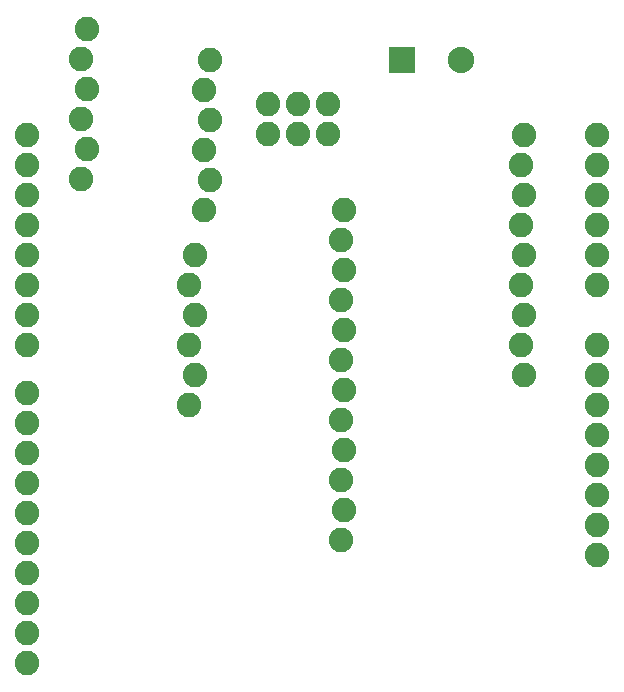
<source format=gbr>
G04 EAGLE Gerber RS-274X export*
G75*
%MOMM*%
%FSLAX34Y34*%
%LPD*%
%INSoldermask Bottom*%
%IPPOS*%
%AMOC8*
5,1,8,0,0,1.08239X$1,22.5*%
G01*
%ADD10C,2.082800*%
%ADD11R,2.235200X2.235200*%
%ADD12C,2.235200*%


D10*
X508000Y241300D03*
X508000Y266700D03*
X508000Y292100D03*
X508000Y317500D03*
X508000Y342900D03*
X508000Y368300D03*
X508000Y419100D03*
X508000Y444500D03*
X508000Y469900D03*
X508000Y495300D03*
X508000Y520700D03*
X508000Y546100D03*
X25400Y546100D03*
X25400Y520700D03*
X25400Y495300D03*
X25400Y469900D03*
X25400Y444500D03*
X25400Y419100D03*
X25400Y393700D03*
X25400Y368300D03*
X25400Y327660D03*
X25400Y302260D03*
X25400Y276860D03*
X25400Y251460D03*
X25400Y226060D03*
X25400Y200660D03*
X25400Y175260D03*
X25400Y149860D03*
X25400Y124460D03*
X25400Y99060D03*
X508000Y215900D03*
X508000Y190500D03*
X229100Y547500D03*
X229100Y572900D03*
X254500Y547500D03*
X279900Y547500D03*
X254500Y572900D03*
X279900Y572900D03*
X445770Y546100D03*
X443230Y520700D03*
X445770Y495300D03*
X443230Y469900D03*
X445770Y444500D03*
X443230Y419100D03*
X445770Y393700D03*
X443230Y368300D03*
X445770Y342900D03*
X293370Y482600D03*
X290830Y457200D03*
X293370Y431800D03*
X290830Y406400D03*
X293370Y381000D03*
X290830Y355600D03*
X293370Y330200D03*
X290830Y304800D03*
X293370Y279400D03*
X290830Y254000D03*
X293370Y228600D03*
X290830Y203200D03*
X76200Y636270D03*
X71120Y610870D03*
X76200Y585470D03*
X71120Y560070D03*
X76200Y534670D03*
X71120Y509270D03*
X175260Y482600D03*
X180340Y508000D03*
X175260Y533400D03*
X180340Y558800D03*
X175260Y584200D03*
X180340Y609600D03*
X162560Y317500D03*
X167640Y342900D03*
X162560Y368300D03*
X167640Y393700D03*
X162560Y419100D03*
X167640Y444500D03*
D11*
X342900Y609600D03*
D12*
X392900Y609600D03*
M02*

</source>
